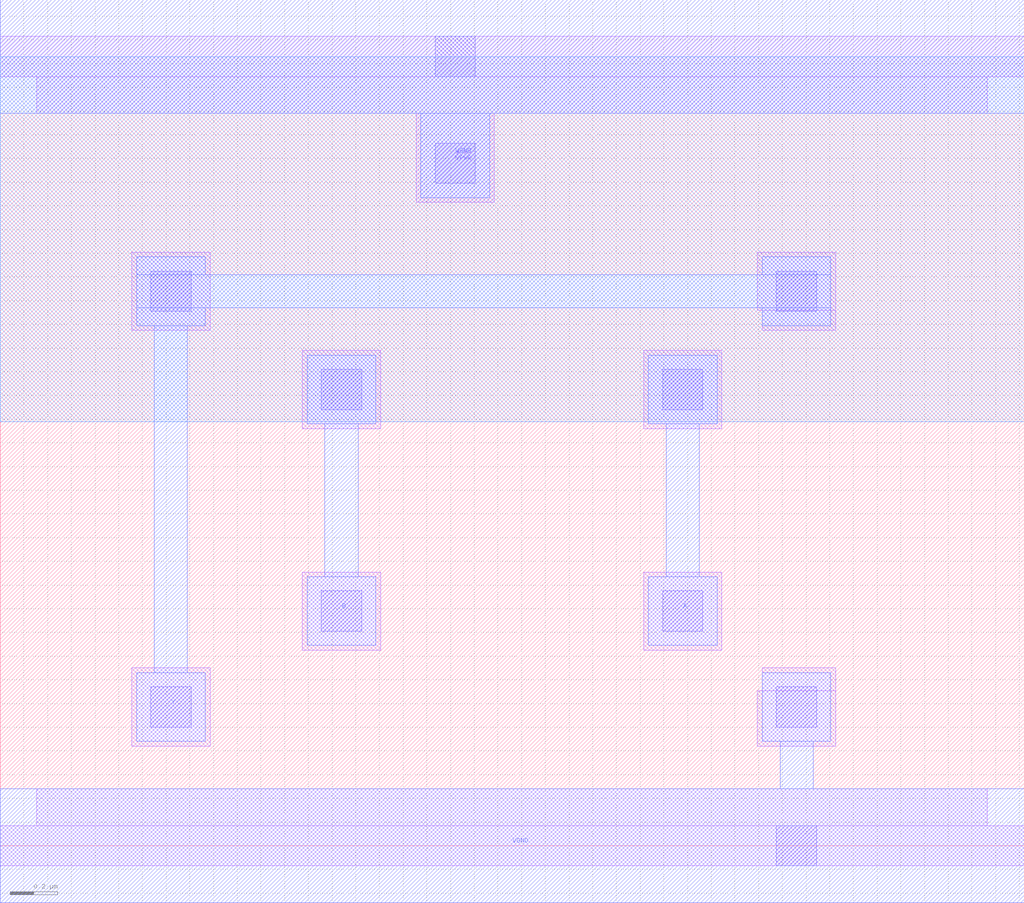
<source format=lef>
VERSION 5.7 ;
  NOWIREEXTENSIONATPIN ON ;
  DIVIDERCHAR "/" ;
  BUSBITCHARS "[]" ;
MACRO NAND2X1
  CLASS CORE ;
  FOREIGN NAND2X1 ;
  ORIGIN 0.000 0.000 ;
  SIZE 4.320 BY 3.330 ;
  SYMMETRY X Y ;
  SITE unit ;
  PIN A
    ANTENNAGATEAREA 0.189000 ;
    PORT
      LAYER met1 ;
        RECT 2.735 1.780 3.025 2.070 ;
        RECT 2.810 1.135 2.950 1.780 ;
        RECT 2.735 0.845 3.025 1.135 ;
    END
  END A
  PIN B
    ANTENNAGATEAREA 0.189000 ;
    PORT
      LAYER met1 ;
        RECT 1.295 1.780 1.585 2.070 ;
        RECT 1.370 1.135 1.510 1.780 ;
        RECT 1.295 0.845 1.585 1.135 ;
    END
  END B
  PIN VGND
    ANTENNADIFFAREA 0.352100 ;
    PORT
      LAYER met1 ;
        RECT 3.215 0.440 3.505 0.730 ;
        RECT 3.290 0.240 3.430 0.440 ;
        RECT 0.000 -0.240 4.320 0.240 ;
    END
    PORT
      LAYER met1 ;
        RECT 0.000 3.090 4.320 3.570 ;
        RECT 1.775 2.735 2.065 3.090 ;
    END
  END VGND
  PIN VPWR
    ANTENNADIFFAREA 1.083600 ;
    PORT
      LAYER li1 ;
        RECT 0.000 3.245 4.320 3.415 ;
        RECT 0.155 3.090 4.165 3.245 ;
        RECT 1.755 2.715 2.085 3.090 ;
      LAYER mcon ;
        RECT 1.835 3.245 2.005 3.415 ;
        RECT 1.835 2.795 2.005 2.965 ;
    END
  END VPWR
  PIN Y
    ANTENNADIFFAREA 1.711200 ;
    PORT
      LAYER met1 ;
        RECT 0.575 2.410 0.865 2.485 ;
        RECT 3.215 2.410 3.505 2.485 ;
        RECT 0.575 2.270 3.505 2.410 ;
        RECT 0.575 2.195 0.865 2.270 ;
        RECT 3.215 2.195 3.505 2.270 ;
        RECT 0.650 0.730 0.790 2.195 ;
        RECT 0.575 0.440 0.865 0.730 ;
    END
  END Y
  OBS
      LAYER nwell ;
        RECT 0.000 1.790 4.320 3.330 ;
      LAYER li1 ;
        RECT 0.555 2.175 0.885 2.505 ;
        RECT 3.195 2.260 3.525 2.505 ;
        RECT 3.215 2.175 3.525 2.260 ;
        RECT 1.275 1.760 1.605 2.090 ;
        RECT 2.715 1.760 3.045 2.090 ;
        RECT 1.275 0.825 1.605 1.155 ;
        RECT 2.715 0.825 3.045 1.155 ;
        RECT 0.555 0.420 0.885 0.750 ;
        RECT 3.215 0.655 3.525 0.750 ;
        RECT 3.195 0.420 3.525 0.655 ;
        RECT 0.155 0.085 4.165 0.240 ;
        RECT 0.000 -0.085 4.320 0.085 ;
      LAYER mcon ;
        RECT 0.635 2.255 0.805 2.425 ;
        RECT 3.275 2.255 3.445 2.425 ;
        RECT 1.355 1.840 1.525 2.010 ;
        RECT 2.795 1.840 2.965 2.010 ;
        RECT 1.355 0.905 1.525 1.075 ;
        RECT 2.795 0.905 2.965 1.075 ;
        RECT 0.635 0.500 0.805 0.670 ;
        RECT 3.275 0.500 3.445 0.670 ;
        RECT 3.275 -0.085 3.445 0.085 ;
  END
END NAND2X1
END LIBRARY


</source>
